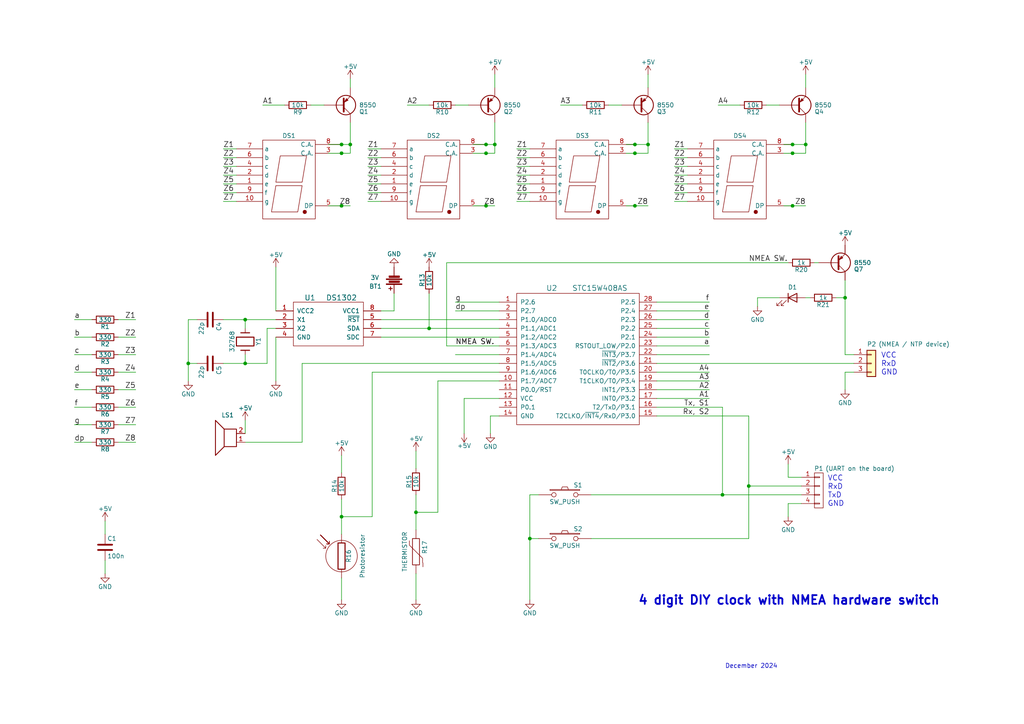
<source format=kicad_sch>
(kicad_sch (version 20231120) (generator "eeschema") (generator_version "8.0")
  (paper "A4")
  (lib_symbols
    (symbol "C_1" (pin_numbers hide) (pin_names (offset 0.254) hide)
      (property "Reference" "C" (at 0.635 2.54 0))
      (property "Value" "C" (at 0.635 -2.54 0))
      (symbol "C_1_0_1"
        (polyline (pts (xy -2.032 -0.762) (xy 2.032 -0.762)) (stroke (width 0.508)))
        (polyline (pts (xy -2.032 0.762) (xy 2.032 0.762)) (stroke (width 0.508)))
      )
      (symbol "C_1_1_1"
        (pin passive line (at 0 3.81 270) (length 2.794) (name "~") (number "1"))
        (pin passive line (at 0 -3.81 90) (length 2.794) (name "~") (number "2"))
      )
    )
    (symbol "C_2" (pin_numbers hide) (pin_names (offset 0.254) hide)
      (property "Reference" "C" (at 0.635 2.54 0))
      (property "Value" "C" (at 0.635 -2.54 0))
      (symbol "C_2_0_1"
        (polyline (pts (xy -2.032 -0.762) (xy 2.032 -0.762)) (stroke (width 0.508)))
        (polyline (pts (xy -2.032 0.762) (xy 2.032 0.762)) (stroke (width 0.508)))
      )
      (symbol "C_2_1_1"
        (pin passive line (at 0 3.81 270) (length 2.794) (name "~") (number "1"))
        (pin passive line (at 0 -3.81 90) (length 2.794) (name "~") (number "2"))
      )
    )
    (symbol "Connector_Generic:Conn_01x03" (pin_names (offset 1.016) hide)
      (property "Reference" "J" (at 0 5.08 0))
      (property "Value" "Conn_01x03" (at 0 -5.08 0))
      (symbol "Conn_01x03_1_1"
        (rectangle (start -1.27 -2.413) (end 0 -2.667) (stroke (width 0.1524)))
        (rectangle (start -1.27 0.127) (end 0 -0.127) (stroke (width 0.1524)))
        (rectangle (start -1.27 2.667) (end 0 2.413) (stroke (width 0.1524)))
        (rectangle (start -1.27 3.81) (end 1.27 -3.81) (stroke (width 0.254)) (fill (type background)))
        (pin passive line (at -5.08 2.54 0) (length 3.81) (name "Pin_1") (number "1"))
        (pin passive line (at -5.08 0 0) (length 3.81) (name "Pin_2") (number "2"))
        (pin passive line (at -5.08 -2.54 0) (length 3.81) (name "Pin_3") (number "3"))
      )
    )
    (symbol "Device:LED" (pin_numbers hide) (pin_names (offset 1.016) hide)
      (property "Reference" "D" (at 0 2.54 0))
      (property "Value" "LED" (at 0 -2.54 0))
      (symbol "LED_0_1"
        (polyline (pts (xy -1.27 -1.27) (xy -1.27 1.27)) (stroke (width 0.254)))
        (polyline (pts (xy -1.27 0) (xy 1.27 0)))
        (polyline (pts (xy 1.27 -1.27) (xy 1.27 1.27) (xy -1.27 0) (xy 1.27 -1.27)) (stroke (width 0.254)))
        (polyline (pts (xy -3.048 -0.762) (xy -4.572 -2.286) (xy -3.81 -2.286) (xy -4.572 -2.286) (xy -4.572 -1.524)))
        (polyline (pts (xy -1.778 -0.762) (xy -3.302 -2.286) (xy -2.54 -2.286) (xy -3.302 -2.286) (xy -3.302 -1.524)))
      )
      (symbol "LED_1_1"
        (pin passive line (at -3.81 0 0) (length 2.54) (name "K") (number "1"))
        (pin passive line (at 3.81 0 180) (length 2.54) (name "A") (number "2"))
      )
    )
    (symbol "Device:Speaker" (pin_names (offset 0) hide)
      (property "Reference" "LS" (at 1.27 5.715 0))
      (property "Value" "Speaker" (at 1.27 3.81 0))
      (symbol "Speaker_0_0"
        (rectangle (start -2.54 1.27) (end 1.016 -3.81) (stroke (width 0.254)))
        (polyline (pts (xy 1.016 1.27) (xy 3.556 3.81) (xy 3.556 -6.35) (xy 1.016 -3.81)) (stroke (width 0.254)))
      )
      (symbol "Speaker_1_1"
        (pin input line (at -5.08 0 0) (length 2.54) (name "1") (number "1"))
        (pin input line (at -5.08 -2.54 0) (length 2.54) (name "2") (number "2"))
      )
    )
    (symbol "S8550_1" (pin_numbers hide) (pin_names (offset 0) hide)
      (property "Reference" "Q" (at 5.08 1.905 0))
      (property "Value" "S8550" (at 5.08 0 0))
      (property "Footprint" "TO-92" (at 5.08 -1.905 0))
      (symbol "S8550_1_0_1"
        (polyline (pts (xy 0 0) (xy 0.635 0)))
        (polyline (pts (xy 2.54 -2.54) (xy 0.635 -0.635)))
        (polyline (pts (xy 2.54 2.54) (xy 0.635 0.635)))
        (polyline (pts (xy 0.635 1.905) (xy 0.635 -1.905) (xy 0.635 -1.905)) (stroke (width 0.508)) (fill (type outline)))
        (polyline (pts (xy 1.397 -1.905) (xy 1.905 -1.397) (xy 0.889 -0.889) (xy 1.397 -1.905) (xy 1.397 -1.905)) (fill (type outline)))
        (circle (center 1.27 0) (radius 2.8194) (stroke (width 0.254)))
      )
      (symbol "S8550_1_1_1"
        (pin passive line (at 2.54 -5.08 90) (length 2.54) (name "E") (number "1"))
        (pin input line (at -5.08 0 0) (length 5.08) (name "B") (number "2"))
        (pin passive line (at 2.54 5.08 270) (length 2.54) (name "C") (number "3"))
      )
    )
    (symbol "S8550_2" (pin_numbers hide) (pin_names (offset 0) hide)
      (property "Reference" "Q" (at 5.08 1.905 0))
      (property "Value" "S8550" (at 5.08 0 0))
      (property "Footprint" "TO-92" (at 5.08 -1.905 0))
      (symbol "S8550_2_0_1"
        (polyline (pts (xy 0 0) (xy 0.635 0)))
        (polyline (pts (xy 2.54 -2.54) (xy 0.635 -0.635)))
        (polyline (pts (xy 2.54 2.54) (xy 0.635 0.635)))
        (polyline (pts (xy 0.635 1.905) (xy 0.635 -1.905) (xy 0.635 -1.905)) (stroke (width 0.508)) (fill (type outline)))
        (polyline (pts (xy 1.397 -1.905) (xy 1.905 -1.397) (xy 0.889 -0.889) (xy 1.397 -1.905) (xy 1.397 -1.905)) (fill (type outline)))
        (circle (center 1.27 0) (radius 2.8194) (stroke (width 0.254)))
      )
      (symbol "S8550_2_1_1"
        (pin passive line (at 2.54 -5.08 90) (length 2.54) (name "E") (number "1"))
        (pin input line (at -5.08 0 0) (length 5.08) (name "B") (number "2"))
        (pin passive line (at 2.54 5.08 270) (length 2.54) (name "C") (number "3"))
      )
    )
    (symbol "S8550_3" (pin_numbers hide) (pin_names (offset 0) hide)
      (property "Reference" "Q" (at 5.08 1.905 0))
      (property "Value" "S8550" (at 5.08 0 0))
      (property "Footprint" "TO-92" (at 5.08 -1.905 0))
      (symbol "S8550_3_0_1"
        (polyline (pts (xy 0 0) (xy 0.635 0)))
        (polyline (pts (xy 2.54 -2.54) (xy 0.635 -0.635)))
        (polyline (pts (xy 2.54 2.54) (xy 0.635 0.635)))
        (polyline (pts (xy 0.635 1.905) (xy 0.635 -1.905) (xy 0.635 -1.905)) (stroke (width 0.508)) (fill (type outline)))
        (polyline (pts (xy 1.397 -1.905) (xy 1.905 -1.397) (xy 0.889 -0.889) (xy 1.397 -1.905) (xy 1.397 -1.905)) (fill (type outline)))
        (circle (center 1.27 0) (radius 2.8194) (stroke (width 0.254)))
      )
      (symbol "S8550_3_1_1"
        (pin passive line (at 2.54 -5.08 90) (length 2.54) (name "E") (number "1"))
        (pin input line (at -5.08 0 0) (length 5.08) (name "B") (number "2"))
        (pin passive line (at 2.54 5.08 270) (length 2.54) (name "C") (number "3"))
      )
    )
    (symbol "S8550_4" (pin_numbers hide) (pin_names (offset 0) hide)
      (property "Reference" "Q" (at 5.08 1.905 0))
      (property "Value" "S8550" (at 5.08 0 0))
      (property "Footprint" "TO-92" (at 5.08 -1.905 0))
      (symbol "S8550_4_0_1"
        (polyline (pts (xy 0 0) (xy 0.635 0)))
        (polyline (pts (xy 2.54 -2.54) (xy 0.635 -0.635)))
        (polyline (pts (xy 2.54 2.54) (xy 0.635 0.635)))
        (polyline (pts (xy 0.635 1.905) (xy 0.635 -1.905) (xy 0.635 -1.905)) (stroke (width 0.508)) (fill (type outline)))
        (polyline (pts (xy 1.397 -1.905) (xy 1.905 -1.397) (xy 0.889 -0.889) (xy 1.397 -1.905) (xy 1.397 -1.905)) (fill (type outline)))
        (circle (center 1.27 0) (radius 2.8194) (stroke (width 0.254)))
      )
      (symbol "S8550_4_1_1"
        (pin passive line (at 2.54 -5.08 90) (length 2.54) (name "E") (number "1"))
        (pin input line (at -5.08 0 0) (length 5.08) (name "B") (number "2"))
        (pin passive line (at 2.54 5.08 270) (length 2.54) (name "C") (number "3"))
      )
    )
    (symbol "stc_diyclock-rescue:+5V" (power) (pin_names (offset 0))
      (property "Value" "+5V" (at 0 3.556 0))
      (symbol "+5V_0_1"
        (polyline (pts (xy -0.762 1.27) (xy 0 2.54)))
        (polyline (pts (xy 0 0) (xy 0 2.54)))
        (polyline (pts (xy 0 2.54) (xy 0.762 1.27)))
      )
      (symbol "+5V_1_1"
        (pin power_in line (at 0 0 90) (length 0) hide (name "+5V") (number "1"))
      )
    )
    (symbol "stc_diyclock-rescue:7SEGMENTS"
      (property "Reference" "AFF" (at 0 13.97 0))
      (property "Value" "7SEGMENTS" (at 0 -11.43 0))
      (symbol "7SEGMENTS_0_1"
        (rectangle (start -7.62 12.7) (end 7.62 -10.16))
        (polyline (pts (xy -3.81 -0.508) (xy 3.81 -0.508) (xy 2.54 -8.128) (xy -5.08 -8.128) (xy -3.81 -0.508) (xy -3.81 -0.508)))
        (polyline (pts (xy -2.54 8.128) (xy 5.08 8.128) (xy 3.81 0.508) (xy -3.81 0.508) (xy -2.54 8.128) (xy -2.54 8.128)))
        (circle (center 4.572 -8.128) (radius 0.508) (fill (type outline)))
      )
      (symbol "7SEGMENTS_1_1"
        (pin input line (at -15.24 0 0) (length 7.62) (name "e") (number "1"))
        (pin input line (at -15.24 -5.08 0) (length 7.62) (name "g") (number "10"))
        (pin input line (at -15.24 2.54 0) (length 7.62) (name "d") (number "2"))
        (pin input line (at 15.24 8.89 180) (length 7.62) (name "C.A.") (number "3"))
        (pin input line (at -15.24 5.08 0) (length 7.62) (name "c") (number "4"))
        (pin input line (at 15.24 -6.35 180) (length 7.62) (name "DP") (number "5"))
        (pin input line (at -15.24 7.62 0) (length 7.62) (name "b") (number "6"))
        (pin input line (at -15.24 10.16 0) (length 7.62) (name "a") (number "7"))
        (pin input line (at 15.24 11.43 180) (length 7.62) (name "C.A.") (number "8"))
        (pin input line (at -15.24 -2.54 0) (length 7.62) (name "f") (number "9"))
      )
    )
    (symbol "stc_diyclock-rescue:Battery" (pin_numbers hide) (pin_names (offset 0))
      (property "Reference" "BT" (at 2.54 1.27 0))
      (property "Value" "Battery" (at 2.54 -1.27 0))
      (symbol "Battery_0_1"
        (rectangle (start -2.286 -0.1778) (end 2.286 -0.4318) (fill (type outline)))
        (rectangle (start -2.286 1.27) (end 2.286 1.016) (fill (type outline)))
        (rectangle (start -1.5748 -0.762) (end 1.4732 -1.27) (fill (type outline)))
        (rectangle (start -1.5748 0.6858) (end 1.4732 0.1778) (fill (type outline)))
        (polyline (pts (xy 0.508 2.413) (xy 1.524 2.413)) (stroke (width 0.254)))
        (polyline (pts (xy 1.016 2.921) (xy 1.016 1.905)) (stroke (width 0.254)))
      )
      (symbol "Battery_1_1"
        (pin passive line (at 0 3.81 270) (length 2.54) (name "~") (number "1"))
        (pin passive line (at 0 -3.81 90) (length 2.54) (name "~") (number "2"))
      )
    )
    (symbol "stc_diyclock-rescue:C" (pin_numbers hide) (pin_names (offset 0.254))
      (property "Reference" "C" (at 0.635 2.54 0))
      (property "Value" "C" (at 0.635 -2.54 0))
      (symbol "C_0_1"
        (polyline (pts (xy -2.032 -0.762) (xy 2.032 -0.762)) (stroke (width 0.508)))
        (polyline (pts (xy -2.032 0.762) (xy 2.032 0.762)) (stroke (width 0.508)))
      )
      (symbol "C_1_1"
        (pin passive line (at 0 3.81 270) (length 2.794) (name "~") (number "1"))
        (pin passive line (at 0 -3.81 90) (length 2.794) (name "~") (number "2"))
      )
    )
    (symbol "stc_diyclock-rescue:CONN_01X04" (pin_names (offset 1.016) hide)
      (property "Reference" "P" (at 0 6.35 0))
      (property "Value" "CONN_01X04" (at 2.54 0 90))
      (symbol "CONN_01X04_0_1"
        (rectangle (start -1.27 -3.683) (end 0.254 -3.937))
        (rectangle (start -1.27 -1.143) (end 0.254 -1.397))
        (rectangle (start -1.27 1.397) (end 0.254 1.143))
        (rectangle (start -1.27 3.937) (end 0.254 3.683))
        (rectangle (start -1.27 5.08) (end 1.27 -5.08))
      )
      (symbol "CONN_01X04_1_1"
        (pin passive line (at -5.08 3.81 0) (length 3.81) (name "P1") (number "1"))
        (pin passive line (at -5.08 1.27 0) (length 3.81) (name "P2") (number "2"))
        (pin passive line (at -5.08 -1.27 0) (length 3.81) (name "P3") (number "3"))
        (pin passive line (at -5.08 -3.81 0) (length 3.81) (name "P4") (number "4"))
      )
    )
    (symbol "stc_diyclock-rescue:Crystal" (pin_numbers hide) (pin_names (offset 1.016) hide)
      (property "Reference" "Y" (at 0 3.81 0))
      (property "Value" "Crystal" (at 0 -3.81 0))
      (symbol "Crystal_0_1"
        (rectangle (start -1.27 2.54) (end 1.27 -2.54) (stroke (width 0.3048)))
        (polyline (pts (xy -2.54 -1.27) (xy -2.54 1.27)) (stroke (width 0.3048)))
        (polyline (pts (xy 2.54 -1.27) (xy 2.54 1.27)) (stroke (width 0.3048)))
      )
      (symbol "Crystal_1_1"
        (pin passive line (at -3.81 0 0) (length 1.27) (name "1") (number "1"))
        (pin passive line (at 3.81 0 180) (length 1.27) (name "2") (number "2"))
      )
    )
    (symbol "stc_diyclock-rescue:DS1302" (pin_names (offset 1.016))
      (property "Reference" "U" (at 0 7.62 0))
      (property "Value" "DS1302" (at 0 -7.62 0))
      (symbol "DS1302_0_1"
        (rectangle (start -10.16 6.35) (end 10.16 -6.35))
      )
      (symbol "DS1302_1_1"
        (pin input line (at -15.24 3.81 0) (length 5.08) (name "VCC2") (number "1"))
        (pin input line (at -15.24 1.27 0) (length 5.08) (name "X1") (number "2"))
        (pin output line (at -15.24 -1.27 0) (length 5.08) (name "X2") (number "3"))
        (pin power_in line (at -15.24 -3.81 0) (length 5.08) (name "GND") (number "4"))
        (pin input line (at 15.24 1.27 180) (length 5.08) (name "~{RST}") (number "5"))
        (pin bidirectional line (at 15.24 -1.27 180) (length 5.08) (name "SDA") (number "6"))
        (pin input line (at 15.24 -3.81 180) (length 5.08) (name "SDC") (number "7"))
        (pin power_in line (at 15.24 3.81 180) (length 5.08) (name "VCC1") (number "8"))
      )
    )
    (symbol "stc_diyclock-rescue:GND" (power) (pin_names (offset 0))
      (property "Value" "GND" (at 0 -3.81 0))
      (symbol "GND_0_1"
        (polyline (pts (xy 0 0) (xy 0 -1.27) (xy 1.27 -1.27) (xy 0 -2.54) (xy -1.27 -1.27) (xy 0 -1.27)))
      )
      (symbol "GND_1_1"
        (pin power_in line (at 0 0 270) (length 0) hide (name "GND") (number "1"))
      )
    )
    (symbol "stc_diyclock-rescue:Photores" (pin_numbers hide) (pin_names (offset 0))
      (property "Reference" "R" (at 2.032 0 90))
      (property "Value" "Photores" (at 5.334 0 90))
      (symbol "Photores_0_1"
        (rectangle (start -1.016 3.81) (end 1.016 -3.81) (stroke (width 0.3048)))
        (polyline (pts (xy -4.572 2.286) (xy -7.112 4.826)))
        (polyline (pts (xy -4.572 2.286) (xy -5.334 2.286)))
        (polyline (pts (xy -4.572 2.286) (xy -4.572 3.048)))
        (polyline (pts (xy -3.556 3.556) (xy -6.096 6.096)))
        (polyline (pts (xy -3.556 3.556) (xy -6.096 6.096)))
        (polyline (pts (xy -3.556 3.556) (xy -6.096 6.096)))
        (polyline (pts (xy -3.556 3.556) (xy -6.096 6.096)))
        (polyline (pts (xy -3.556 3.556) (xy -6.096 6.096)))
        (polyline (pts (xy -3.556 3.556) (xy -6.096 6.096)))
        (polyline (pts (xy -3.556 3.556) (xy -6.096 6.096)))
        (polyline (pts (xy -3.556 3.556) (xy -6.096 6.096)))
        (polyline (pts (xy -3.556 3.556) (xy -4.318 3.556)))
        (polyline (pts (xy -3.556 3.556) (xy -4.318 3.556)))
        (polyline (pts (xy -3.556 3.556) (xy -4.318 3.556)))
        (polyline (pts (xy -3.556 3.556) (xy -4.318 3.556)))
        (polyline (pts (xy -3.556 3.556) (xy -4.318 3.556)))
        (polyline (pts (xy -3.556 3.556) (xy -4.318 3.556)))
        (polyline (pts (xy -3.556 3.556) (xy -4.318 3.556)))
        (polyline (pts (xy -3.556 3.556) (xy -4.318 3.556)))
        (polyline (pts (xy -3.556 3.556) (xy -3.556 4.318)))
        (polyline (pts (xy -3.556 3.556) (xy -3.556 4.318)))
        (polyline (pts (xy -3.556 3.556) (xy -3.556 4.318)))
        (polyline (pts (xy -3.556 3.556) (xy -3.556 4.318)))
        (polyline (pts (xy -3.556 3.556) (xy -3.556 4.318)))
        (polyline (pts (xy -3.556 3.556) (xy -3.556 4.318)))
        (polyline (pts (xy -3.556 3.556) (xy -3.556 4.318)))
        (polyline (pts (xy -3.556 3.556) (xy -3.556 4.318)))
        (circle (center 0 0) (radius 4.572))
      )
      (symbol "Photores_1_1"
        (pin passive line (at 0 6.35 270) (length 2.54) (name "~") (number "1"))
        (pin passive line (at 0 -6.35 90) (length 2.54) (name "~") (number "2"))
      )
    )
    (symbol "stc_diyclock-rescue:R" (pin_numbers hide) (pin_names (offset 0))
      (property "Reference" "R" (at 2.032 0 90))
      (property "Value" "R" (at 0 0 90))
      (symbol "R_0_1"
        (rectangle (start -1.016 -2.54) (end 1.016 2.54) (stroke (width 0.254)))
      )
      (symbol "R_1_1"
        (pin passive line (at 0 3.81 270) (length 1.27) (name "~") (number "1"))
        (pin passive line (at 0 -3.81 90) (length 1.27) (name "~") (number "2"))
      )
    )
    (symbol "stc_diyclock-rescue:S8550" (pin_numbers hide) (pin_names (offset 0) hide)
      (property "Reference" "Q" (at 5.08 1.905 0))
      (property "Value" "S8550" (at 5.08 0 0))
      (property "Footprint" "TO-92" (at 5.08 -1.905 0))
      (symbol "S8550_0_1"
        (polyline (pts (xy 0 0) (xy 0.635 0)))
        (polyline (pts (xy 2.54 -2.54) (xy 0.635 -0.635)))
        (polyline (pts (xy 2.54 2.54) (xy 0.635 0.635)))
        (polyline (pts (xy 0.635 1.905) (xy 0.635 -1.905) (xy 0.635 -1.905)) (stroke (width 0.508)) (fill (type outline)))
        (polyline (pts (xy 1.397 -1.905) (xy 1.905 -1.397) (xy 0.889 -0.889) (xy 1.397 -1.905) (xy 1.397 -1.905)) (fill (type outline)))
        (circle (center 1.27 0) (radius 2.8194) (stroke (width 0.254)))
      )
      (symbol "S8550_1_1"
        (pin passive line (at 2.54 -5.08 90) (length 2.54) (name "E") (number "1"))
        (pin input line (at -5.08 0 0) (length 5.08) (name "B") (number "2"))
        (pin passive line (at 2.54 5.08 270) (length 2.54) (name "C") (number "3"))
      )
    )
    (symbol "stc_diyclock-rescue:STC15W408AS" (pin_names (offset 1.016))
      (property "Reference" "U" (at 0 20.32 0))
      (property "Value" "STC15W408AS" (at 0 -20.32 0))
      (symbol "STC15W408AS_0_1"
        (rectangle (start 17.78 19.05) (end -17.78 -19.05))
      )
      (symbol "STC15W408AS_1_1"
        (pin bidirectional line (at -22.86 16.51 0) (length 5.08) (name "P2.6") (number "1"))
        (pin bidirectional line (at -22.86 -6.35 0) (length 5.08) (name "P1.7/ADC7") (number "10"))
        (pin bidirectional line (at -22.86 -8.89 0) (length 5.08) (name "P0.0/RST") (number "11"))
        (pin power_in line (at -22.86 -11.43 0) (length 5.08) (name "VCC") (number "12"))
        (pin bidirectional line (at -22.86 -13.97 0) (length 5.08) (name "P0.1") (number "13"))
        (pin input line (at -22.86 -16.51 0) (length 5.08) (name "GND") (number "14"))
        (pin bidirectional line (at 22.86 -16.51 180) (length 5.08) (name "T2CLKO/~{INT4}/RxD/P3.0") (number "15"))
        (pin bidirectional line (at 22.86 -13.97 180) (length 5.08) (name "T2/TxD/P3.1") (number "16"))
        (pin bidirectional line (at 22.86 -11.43 180) (length 5.08) (name "INT0/P3.2") (number "17"))
        (pin bidirectional line (at 22.86 -8.89 180) (length 5.08) (name "INT1/P3.3") (number "18"))
        (pin bidirectional line (at 22.86 -6.35 180) (length 5.08) (name "T1CLKO/T0/P3.4") (number "19"))
        (pin bidirectional line (at -22.86 13.97 0) (length 5.08) (name "P2.7") (number "2"))
        (pin bidirectional line (at 22.86 -3.81 180) (length 5.08) (name "T0CLKO/T0/P3.5") (number "20"))
        (pin bidirectional line (at 22.86 -1.27 180) (length 5.08) (name "~{INT2}/P3.6") (number "21"))
        (pin bidirectional line (at 22.86 1.27 180) (length 5.08) (name "~{INT3}/P3.7") (number "22"))
        (pin bidirectional line (at 22.86 3.81 180) (length 5.08) (name "RSTOUT_LOW/P2.0") (number "23"))
        (pin bidirectional line (at 22.86 6.35 180) (length 5.08) (name "P2.1") (number "24"))
        (pin bidirectional line (at 22.86 8.89 180) (length 5.08) (name "P2.2") (number "25"))
        (pin bidirectional line (at 22.86 11.43 180) (length 5.08) (name "P2.3") (number "26"))
        (pin bidirectional line (at 22.86 13.97 180) (length 5.08) (name "P2.4") (number "27"))
        (pin bidirectional line (at 22.86 16.51 180) (length 5.08) (name "P2.5") (number "28"))
        (pin bidirectional line (at -22.86 11.43 0) (length 5.08) (name "P1.0/ADC0") (number "3"))
        (pin bidirectional line (at -22.86 8.89 0) (length 5.08) (name "P1.1/ADC1") (number "4"))
        (pin bidirectional line (at -22.86 6.35 0) (length 5.08) (name "P1.2/ADC2") (number "5"))
        (pin bidirectional line (at -22.86 3.81 0) (length 5.08) (name "P1.3/ADC3") (number "6"))
        (pin bidirectional line (at -22.86 1.27 0) (length 5.08) (name "P1.4/ADC4") (number "7"))
        (pin bidirectional line (at -22.86 -1.27 0) (length 5.08) (name "P1.5/ADC5") (number "8"))
        (pin bidirectional line (at -22.86 -3.81 0) (length 5.08) (name "P1.6/ADC6") (number "9"))
      )
    )
    (symbol "stc_diyclock-rescue:SW_PUSH" (pin_numbers hide) (pin_names (offset 1.016) hide)
      (property "Reference" "SW" (at 3.81 2.794 0))
      (property "Value" "SW_PUSH" (at 0 -2.032 0))
      (symbol "SW_PUSH_0_1"
        (rectangle (start -4.318 1.27) (end 4.318 1.524))
        (polyline (pts (xy -1.016 1.524) (xy -0.762 2.286) (xy 0.762 2.286) (xy 1.016 1.524)))
        (pin passive inverted (at -7.62 0 0) (length 5.08) (name "1") (number "1"))
        (pin passive inverted (at 7.62 0 180) (length 5.08) (name "2") (number "2"))
      )
    )
    (symbol "stc_diyclock-rescue:THERMISTOR" (pin_numbers hide) (pin_names (offset 0))
      (property "Reference" "TH" (at 2.54 1.27 90))
      (property "Value" "THERMISTOR" (at -2.54 0 90))
      (symbol "THERMISTOR_0_1"
        (rectangle (start -1.016 3.81) (end 1.016 -3.81) (stroke (width 0.2032)))
        (polyline (pts (xy -1.905 3.175) (xy -1.905 1.905) (xy 1.905 -1.905) (xy 1.905 -3.175) (xy 1.905 -3.175)))
        (text "-" (at 1.905 -3.81 900) (effects (font (size 1.524 1.524))))
      )
      (symbol "THERMISTOR_1_1"
        (pin passive line (at 0 6.35 270) (length 2.54) (name "~") (number "1"))
        (pin passive line (at 0 -6.35 90) (length 2.54) (name "~") (number "2"))
      )
    )
  )
  (junction (at 229.87 59.69))
  (junction (at 140.97 44.45))
  (junction (at 140.97 59.69))
  (junction (at 120.65 148.59))
  (junction (at 54.61 105.41))
  (junction (at 184.15 41.91))
  (junction (at 124.46 95.25))
  (junction (at 101.6 41.91))
  (junction (at 184.15 44.45))
  (junction (at 99.06 44.45))
  (junction (at 217.17 140.97))
  (junction (at 99.06 41.91))
  (junction (at 99.06 149.86))
  (junction (at 140.97 41.91))
  (junction (at 209.55 143.51))
  (junction (at 99.06 59.69))
  (junction (at 229.87 44.45))
  (junction (at 71.12 92.71))
  (junction (at 245.11 86.36))
  (junction (at 153.67 156.21))
  (junction (at 143.51 41.91))
  (junction (at 184.15 59.69))
  (junction (at 233.68 41.91))
  (junction (at 71.12 105.41))
  (junction (at 187.96 41.91))
  (junction (at 229.87 41.91))
  (wire (pts (xy 190.5 113.03) (xy 205.74 113.03)))
  (wire (pts (xy 54.61 105.41) (xy 57.15 105.41)))
  (wire (pts (xy 190.5 95.25) (xy 205.74 95.25)))
  (wire (pts (xy 34.29 118.11) (xy 39.37 118.11)))
  (wire (pts (xy 107.95 107.95) (xy 144.78 107.95)))
  (wire (pts (xy 140.97 41.91) (xy 143.51 41.91)))
  (wire (pts (xy 153.67 143.51) (xy 156.21 143.51)))
  (wire (pts (xy 101.6 41.91) (xy 101.6 35.56)))
  (wire (pts (xy 132.08 30.48) (xy 135.89 30.48)))
  (wire (pts (xy 34.29 102.87) (xy 39.37 102.87)))
  (wire (pts (xy 137.16 41.91) (xy 140.97 41.91)))
  (wire (pts (xy 26.67 118.11) (xy 21.59 118.11)))
  (wire (pts (xy 71.12 95.25) (xy 71.12 92.71)))
  (wire (pts (xy 110.49 53.34) (xy 106.68 53.34)))
  (wire (pts (xy 232.41 146.05) (xy 228.6 146.05)))
  (wire (pts (xy 99.06 149.86) (xy 107.95 149.86)))
  (wire (pts (xy 187.96 25.4) (xy 187.96 21.59)))
  (wire (pts (xy 110.49 55.88) (xy 106.68 55.88)))
  (wire (pts (xy 120.65 143.51) (xy 120.65 148.59)))
  (wire (pts (xy 34.29 113.03) (xy 39.37 113.03)))
  (wire (pts (xy 190.5 120.65) (xy 217.17 120.65)))
  (wire (pts (xy 95.25 59.69) (xy 99.06 59.69)))
  (wire (pts (xy 229.87 44.45) (xy 233.68 44.45)))
  (wire (pts (xy 190.5 110.49) (xy 205.74 110.49)))
  (wire (pts (xy 153.67 156.21) (xy 153.67 173.99)))
  (wire (pts (xy 93.98 30.48) (xy 90.17 30.48)))
  (wire (pts (xy 171.45 143.51) (xy 209.55 143.51)))
  (wire (pts (xy 34.29 92.71) (xy 39.37 92.71)))
  (wire (pts (xy 110.49 45.72) (xy 106.68 45.72)))
  (wire (pts (xy 144.78 115.57) (xy 134.62 115.57)))
  (wire (pts (xy 153.67 50.8) (xy 149.86 50.8)))
  (wire (pts (xy 26.67 92.71) (xy 21.59 92.71)))
  (wire (pts (xy 144.78 120.65) (xy 142.24 120.65)))
  (wire (pts (xy 110.49 58.42) (xy 106.68 58.42)))
  (wire (pts (xy 233.68 41.91) (xy 233.68 35.56)))
  (wire (pts (xy 143.51 41.91) (xy 143.51 35.56)))
  (wire (pts (xy 190.5 107.95) (xy 205.74 107.95)))
  (wire (pts (xy 181.61 44.45) (xy 184.15 44.45)))
  (wire (pts (xy 184.15 59.69) (xy 187.96 59.69)))
  (wire (pts (xy 68.58 55.88) (xy 64.77 55.88)))
  (wire (pts (xy 209.55 118.11) (xy 209.55 143.51)))
  (wire (pts (xy 209.55 143.51) (xy 232.41 143.51)))
  (wire (pts (xy 227.33 44.45) (xy 229.87 44.45)))
  (wire (pts (xy 99.06 44.45) (xy 101.6 44.45)))
  (wire (pts (xy 26.67 97.79) (xy 21.59 97.79)))
  (wire (pts (xy 228.6 146.05) (xy 228.6 149.86)))
  (wire (pts (xy 110.49 97.79) (xy 144.78 97.79)))
  (wire (pts (xy 77.47 105.41) (xy 77.47 95.25)))
  (wire (pts (xy 233.68 44.45) (xy 233.68 41.91)))
  (wire (pts (xy 229.87 59.69) (xy 233.68 59.69)))
  (wire (pts (xy 184.15 41.91) (xy 187.96 41.91)))
  (wire (pts (xy 99.06 59.69) (xy 101.6 59.69)))
  (wire (pts (xy 153.67 55.88) (xy 149.86 55.88)))
  (wire (pts (xy 153.67 48.26) (xy 149.86 48.26)))
  (wire (pts (xy 34.29 97.79) (xy 39.37 97.79)))
  (wire (pts (xy 199.39 50.8) (xy 195.58 50.8)))
  (wire (pts (xy 187.96 44.45) (xy 187.96 41.91)))
  (wire (pts (xy 99.06 149.86) (xy 99.06 154.94)))
  (wire (pts (xy 181.61 41.91) (xy 184.15 41.91)))
  (wire (pts (xy 190.5 90.17) (xy 205.74 90.17)))
  (wire (pts (xy 34.29 107.95) (xy 39.37 107.95)))
  (wire (pts (xy 26.67 123.19) (xy 21.59 123.19)))
  (wire (pts (xy 107.95 107.95) (xy 107.95 149.86)))
  (wire (pts (xy 245.11 86.36) (xy 245.11 102.87)))
  (wire (pts (xy 219.71 86.36) (xy 219.71 88.9)))
  (wire (pts (xy 233.68 86.36) (xy 234.95 86.36)))
  (wire (pts (xy 144.78 87.63) (xy 132.08 87.63)))
  (wire (pts (xy 228.6 138.43) (xy 232.41 138.43)))
  (wire (pts (xy 190.5 100.33) (xy 205.74 100.33)))
  (wire (pts (xy 190.5 102.87) (xy 205.74 102.87)))
  (wire (pts (xy 80.01 77.47) (xy 80.01 90.17)))
  (wire (pts (xy 168.91 30.48) (xy 162.56 30.48)))
  (wire (pts (xy 120.65 166.37) (xy 120.65 173.99)))
  (wire (pts (xy 95.25 41.91) (xy 99.06 41.91)))
  (wire (pts (xy 190.5 97.79) (xy 205.74 97.79)))
  (wire (pts (xy 110.49 95.25) (xy 124.46 95.25)))
  (wire (pts (xy 245.11 107.95) (xy 245.11 113.03)))
  (wire (pts (xy 229.87 41.91) (xy 233.68 41.91)))
  (wire (pts (xy 199.39 45.72) (xy 195.58 45.72)))
  (wire (pts (xy 26.67 102.87) (xy 21.59 102.87)))
  (wire (pts (xy 144.78 110.49) (xy 127 110.49)))
  (wire (pts (xy 129.54 76.2) (xy 129.54 100.33)))
  (wire (pts (xy 71.12 105.41) (xy 71.12 102.87)))
  (wire (pts (xy 217.17 140.97) (xy 217.17 156.21)))
  (wire (pts (xy 120.65 148.59) (xy 120.65 153.67)))
  (wire (pts (xy 184.15 44.45) (xy 187.96 44.45)))
  (wire (pts (xy 153.67 45.72) (xy 149.86 45.72)))
  (wire (pts (xy 120.65 135.89) (xy 120.65 130.81)))
  (wire (pts (xy 34.29 128.27) (xy 39.37 128.27)))
  (wire (pts (xy 124.46 85.09) (xy 124.46 95.25)))
  (wire (pts (xy 217.17 140.97) (xy 232.41 140.97)))
  (wire (pts (xy 110.49 92.71) (xy 144.78 92.71)))
  (wire (pts (xy 171.45 156.21) (xy 217.17 156.21)))
  (wire (pts (xy 30.48 151.13) (xy 30.48 154.94)))
  (wire (pts (xy 68.58 53.34) (xy 64.77 53.34)))
  (wire (pts (xy 153.67 156.21) (xy 156.21 156.21)))
  (wire (pts (xy 34.29 123.19) (xy 39.37 123.19)))
  (wire (pts (xy 87.63 128.27) (xy 71.12 128.27)))
  (wire (pts (xy 153.67 53.34) (xy 149.86 53.34)))
  (wire (pts (xy 68.58 50.8) (xy 64.77 50.8)))
  (wire (pts (xy 137.16 44.45) (xy 140.97 44.45)))
  (wire (pts (xy 199.39 48.26) (xy 195.58 48.26)))
  (wire (pts (xy 228.6 134.62) (xy 228.6 138.43)))
  (wire (pts (xy 110.49 50.8) (xy 106.68 50.8)))
  (wire (pts (xy 99.06 41.91) (xy 101.6 41.91)))
  (wire (pts (xy 137.16 59.69) (xy 140.97 59.69)))
  (wire (pts (xy 190.5 115.57) (xy 205.74 115.57)))
  (wire (pts (xy 181.61 59.69) (xy 184.15 59.69)))
  (wire (pts (xy 129.54 100.33) (xy 144.78 100.33)))
  (wire (pts (xy 99.06 144.78) (xy 99.06 149.86)))
  (wire (pts (xy 227.33 59.69) (xy 229.87 59.69)))
  (wire (pts (xy 142.24 120.65) (xy 142.24 125.73)))
  (wire (pts (xy 199.39 58.42) (xy 195.58 58.42)))
  (wire (pts (xy 129.54 76.2) (xy 228.6 76.2)))
  (wire (pts (xy 54.61 92.71) (xy 54.61 105.41)))
  (wire (pts (xy 26.67 107.95) (xy 21.59 107.95)))
  (wire (pts (xy 110.49 90.17) (xy 114.3 90.17)))
  (wire (pts (xy 101.6 44.45) (xy 101.6 41.91)))
  (wire (pts (xy 242.57 86.36) (xy 245.11 86.36)))
  (wire (pts (xy 190.5 105.41) (xy 247.65 105.41)))
  (wire (pts (xy 124.46 95.25) (xy 144.78 95.25)))
  (wire (pts (xy 68.58 58.42) (xy 64.77 58.42)))
  (wire (pts (xy 199.39 55.88) (xy 195.58 55.88)))
  (wire (pts (xy 80.01 92.71) (xy 71.12 92.71)))
  (wire (pts (xy 214.63 30.48) (xy 208.28 30.48)))
  (wire (pts (xy 68.58 45.72) (xy 64.77 45.72)))
  (wire (pts (xy 71.12 121.92) (xy 71.12 125.73)))
  (wire (pts (xy 26.67 128.27) (xy 21.59 128.27)))
  (wire (pts (xy 144.78 102.87) (xy 132.08 102.87)))
  (wire (pts (xy 143.51 44.45) (xy 143.51 41.91)))
  (wire (pts (xy 120.65 148.59) (xy 127 148.59)))
  (wire (pts (xy 101.6 25.4) (xy 101.6 22.86)))
  (wire (pts (xy 110.49 48.26) (xy 106.68 48.26)))
  (wire (pts (xy 245.11 102.87) (xy 247.65 102.87)))
  (wire (pts (xy 54.61 105.41) (xy 54.61 110.49)))
  (wire (pts (xy 144.78 90.17) (xy 132.08 90.17)))
  (wire (pts (xy 199.39 43.18) (xy 195.58 43.18)))
  (wire (pts (xy 99.06 167.64) (xy 99.06 173.99)))
  (wire (pts (xy 140.97 59.69) (xy 143.51 59.69)))
  (wire (pts (xy 180.34 30.48) (xy 176.53 30.48)))
  (wire (pts (xy 64.77 105.41) (xy 71.12 105.41)))
  (wire (pts (xy 217.17 120.65) (xy 217.17 140.97)))
  (wire (pts (xy 95.25 44.45) (xy 99.06 44.45)))
  (wire (pts (xy 237.49 76.2) (xy 236.22 76.2)))
  (wire (pts (xy 71.12 105.41) (xy 77.47 105.41)))
  (wire (pts (xy 71.12 92.71) (xy 64.77 92.71)))
  (wire (pts (xy 68.58 48.26) (xy 64.77 48.26)))
  (wire (pts (xy 140.97 44.45) (xy 143.51 44.45)))
  (wire (pts (xy 82.55 30.48) (xy 76.2 30.48)))
  (wire (pts (xy 153.67 58.42) (xy 149.86 58.42)))
  (wire (pts (xy 87.63 105.41) (xy 87.63 128.27)))
  (wire (pts (xy 199.39 53.34) (xy 195.58 53.34)))
  (wire (pts (xy 99.06 137.16) (xy 99.06 132.08)))
  (wire (pts (xy 233.68 25.4) (xy 233.68 21.59)))
  (wire (pts (xy 190.5 118.11) (xy 209.55 118.11)))
  (wire (pts (xy 245.11 81.28) (xy 245.11 86.36)))
  (wire (pts (xy 227.33 41.91) (xy 229.87 41.91)))
  (wire (pts (xy 114.3 85.09) (xy 114.3 90.17)))
  (wire (pts (xy 143.51 25.4) (xy 143.51 21.59)))
  (wire (pts (xy 144.78 105.41) (xy 87.63 105.41)))
  (wire (pts (xy 226.06 30.48) (xy 222.25 30.48)))
  (wire (pts (xy 110.49 43.18) (xy 106.68 43.18)))
  (wire (pts (xy 190.5 92.71) (xy 205.74 92.71)))
  (wire (pts (xy 30.48 162.56) (xy 30.48 166.37)))
  (wire (pts (xy 57.15 92.71) (xy 54.61 92.71)))
  (wire (pts (xy 134.62 115.57) (xy 134.62 125.73)))
  (wire (pts (xy 127 110.49) (xy 127 148.59)))
  (wire (pts (xy 153.67 43.18) (xy 149.86 43.18)))
  (wire (pts (xy 124.46 30.48) (xy 118.11 30.48)))
  (wire (pts (xy 247.65 107.95) (xy 245.11 107.95)))
  (wire (pts (xy 226.06 86.36) (xy 219.71 86.36)))
  (wire (pts (xy 187.96 41.91) (xy 187.96 35.56)))
  (wire (pts (xy 190.5 87.63) (xy 205.74 87.63)))
  (wire (pts (xy 153.67 143.51) (xy 153.67 156.21)))
  (wire (pts (xy 26.67 113.03) (xy 21.59 113.03)))
  (wire (pts (xy 68.58 43.18) (xy 64.77 43.18)))
  (wire (pts (xy 80.01 97.79) (xy 80.01 110.49)))
  (wire (pts (xy 80.01 95.25) (xy 77.47 95.25)))
  (text "VCC\nRxD\nTxD\nGND" (at 240.03 147.066 0) (effects (font (size 1.524 1.524)) (justify left bottom)))
  (text "VCC\nRxD\nGND" (at 255.524 108.966 0) (effects (font (size 1.524 1.524)) (justify left bottom)))
  (text "December 2024" (at 217.932 193.294 0) (effects (font (size 1.27 1.27))))
  (text "4 digit DIY clock with NMEA hardware switch" (at 228.854 174.244 0) (effects (font (size 2.54 2.54) (thickness 0.508) (bold yes))))
  (label "c" (at 21.59 102.87 0) (effects (font (size 1.524 1.524))))
  (label "Z2" (at 195.58 45.72 0) (effects (font (size 1.524 1.524))))
  (label "d" (at 21.59 107.95 0) (effects (font (size 1.524 1.524))))
  (label "dp" (at 132.08 90.17 0) (effects (font (size 1.524 1.524))))
  (label "a" (at 21.59 92.71 0) (effects (font (size 1.524 1.524))))
  (label "b" (at 21.59 97.79 0) (effects (font (size 1.524 1.524))))
  (label "  " (at 132.08 118.11 0) (effects (font (size 1.524 1.524))))
  (label "NMEA SW." (at 132.08 100.33 0) (effects (font (size 1.524 1.524) (thickness 0.1905))))
  (label "Z6" (at 106.68 55.88 0) (effects (font (size 1.524 1.524))))
  (label "Z2" (at 39.37 97.79 180) (effects (font (size 1.524 1.524))))
  (label "Z8" (at 233.68 59.69 180) (effects (font (size 1.524 1.524))))
  (label "Z4" (at 149.86 50.8 0) (effects (font (size 1.524 1.524))))
  (label "Z3" (at 195.58 48.26 0) (effects (font (size 1.524 1.524))))
  (label "A1" (at 205.74 115.57 180) (effects (font (size 1.524 1.524))))
  (label "A4" (at 208.28 30.48 0) (effects (font (size 1.524 1.524))))
  (label "Z2" (at 106.68 45.72 0) (effects (font (size 1.524 1.524))))
  (label "g" (at 132.08 87.63 0) (effects (font (size 1.524 1.524))))
  (label "Z4" (at 195.58 50.8 0) (effects (font (size 1.524 1.524))))
  (label "Z3" (at 64.77 48.26 0) (effects (font (size 1.524 1.524))))
  (label "Z1" (at 39.37 92.71 180) (effects (font (size 1.524 1.524))))
  (label "Z7" (at 106.68 58.42 0) (effects (font (size 1.524 1.524))))
  (label "Z8" (at 101.6 59.69 180) (effects (font (size 1.524 1.524))))
  (label "Z5" (at 106.68 53.34 0) (effects (font (size 1.524 1.524))))
  (label "Z3" (at 106.68 48.26 0) (effects (font (size 1.524 1.524))))
  (label "a" (at 205.74 100.33 180) (effects (font (size 1.524 1.524))))
  (label "Z1" (at 195.58 43.18 0) (effects (font (size 1.524 1.524))))
  (label "A2" (at 118.11 30.48 0) (effects (font (size 1.524 1.524))))
  (label "Z7" (at 39.37 123.19 180) (effects (font (size 1.524 1.524))))
  (label "f" (at 21.59 118.11 0) (effects (font (size 1.524 1.524))))
  (label "Z6" (at 195.58 55.88 0) (effects (font (size 1.524 1.524))))
  (label "Z1" (at 106.68 43.18 0) (effects (font (size 1.524 1.524))))
  (label "f" (at 205.74 87.63 180) (effects (font (size 1.524 1.524))))
  (label "A4" (at 205.74 107.95 180) (effects (font (size 1.524 1.524))))
  (label "b" (at 205.74 97.79 180) (effects (font (size 1.524 1.524))))
  (label "Z4" (at 64.77 50.8 0) (effects (font (size 1.524 1.524))))
  (label "Z5" (at 39.37 113.03 180) (effects (font (size 1.524 1.524))))
  (label "A3" (at 205.74 110.49 180) (effects (font (size 1.524 1.524))))
  (label "  " (at 132.08 113.03 0) (effects (font (size 1.524 1.524))))
  (label "Z1" (at 64.77 43.18 0) (effects (font (size 1.524 1.524))))
  (label "Rx, S2" (at 205.74 120.65 180) (effects (font (size 1.524 1.524))))
  (label "Z6" (at 64.77 55.88 0) (effects (font (size 1.524 1.524))))
  (label "Tx, S1" (at 205.74 118.11 180) (effects (font (size 1.524 1.524))))
  (label "NMEA SW." (at 217.17 76.2 0) (effects (font (size 1.524 1.524))))
  (label "Z5" (at 195.58 53.34 0) (effects (font (size 1.524 1.524))))
  (label "Z7" (at 149.86 58.42 0) (effects (font (size 1.524 1.524))))
  (label "d" (at 205.74 92.71 180) (effects (font (size 1.524 1.524))))
  (label "Z5" (at 64.77 53.34 0) (effects (font (size 1.524 1.524))))
  (label "e" (at 21.59 113.03 0) (effects (font (size 1.524 1.524))))
  (label "Z6" (at 149.86 55.88 0) (effects (font (size 1.524 1.524))))
  (label "A1" (at 76.2 30.48 0) (effects (font (size 1.524 1.524))))
  (label "Z4" (at 106.68 50.8 0) (effects (font (size 1.524 1.524))))
  (label "g" (at 21.59 123.19 0) (effects (font (size 1.524 1.524))))
  (label "Z7" (at 195.58 58.42 0) (effects (font (size 1.524 1.524))))
  (label "Z1" (at 149.86 43.18 0) (effects (font (size 1.524 1.524))))
  (label "Z6" (at 39.37 118.11 180) (effects (font (size 1.524 1.524))))
  (label "Z3" (at 149.86 48.26 0) (effects (font (size 1.524 1.524))))
  (label "Z8" (at 187.96 59.69 180) (effects (font (size 1.524 1.524))))
  (label "Z2" (at 149.86 45.72 0) (effects (font (size 1.524 1.524))))
  (label "Z8" (at 39.37 128.27 180) (effects (font (size 1.524 1.524))))
  (label "dp" (at 21.59 128.27 0) (effects (font (size 1.524 1.524))))
  (label "Z5" (at 149.86 53.34 0) (effects (font (size 1.524 1.524))))
  (label "c" (at 205.74 95.25 180) (effects (font (size 1.524 1.524))))
  (label "Z7" (at 64.77 58.42 0) (effects (font (size 1.524 1.524))))
  (label "e" (at 205.74 90.17 180) (effects (font (size 1.524 1.524))))
  (label "Z4" (at 39.37 107.95 180) (effects (font (size 1.524 1.524))))
  (label "A2" (at 205.74 113.03 180) (effects (font (size 1.524 1.524))))
  (label "Z3" (at 39.37 102.87 180) (effects (font (size 1.524 1.524))))
  (label "Z8" (at 143.51 59.69 180) (effects (font (size 1.524 1.524))))
  (label "  " (at 132.08 102.87 0) (effects (font (size 1.524 1.524))))
  (label "A3" (at 162.56 30.48 0) (effects (font (size 1.524 1.524))))
  (label "Z2" (at 64.77 45.72 0) (effects (font (size 1.524 1.524))))
  (symbol (lib_id "stc_diyclock-rescue:R") (at 30.48 113.03 270) (unit 1)
    (property "Reference" "R5" (at 30.48 115.062 90))
    (property "Value" "330" (at 30.48 113.03 90))
  )
  (symbol (lib_id "stc_diyclock-rescue:GND") (at 80.01 110.49 0) (unit 1)
    (property "Reference" "#PWR09" (effects (hide yes)))
    (property "Value" "GND" (at 80.01 114.3 0))
  )
  (symbol (lib_id "stc_diyclock-rescue:S8550") (at 242.57 76.2 0) (mirror x) (unit 1)
    (property "Reference" "Q7" (at 247.65 78.105 0) (effects (justify left)))
    (property "Value" "8550" (at 247.65 76.2 0) (effects (justify left)))
    (property "Footprint" "TO-92" (effects (hide yes)))
  )
  (symbol (lib_id "stc_diyclock-rescue:GND") (at 153.67 173.99 0) (unit 1)
    (property "Reference" "#PWR023" (effects (hide yes)))
    (property "Value" "GND" (at 153.67 177.8 0))
  )
  (symbol (lib_id "stc_diyclock-rescue:R") (at 232.41 76.2 270) (unit 1)
    (property "Reference" "R20" (at 232.41 78.232 90))
    (property "Value" "1k" (at 232.41 76.2 90))
  )
  (symbol (lib_id "stc_diyclock-rescue:Photores") (at 99.06 161.29 0) (unit 1)
    (property "Reference" "R16" (at 101.092 161.29 90))
    (property "Value" "Photoresistor" (at 104.394 161.29 90) (effects (justify top)))
  )
  (symbol (lib_id "stc_diyclock-rescue:SW_PUSH") (at 163.83 143.51 0) (unit 1)
    (property "Reference" "S1" (at 167.64 140.716 0))
    (property "Value" "SW_PUSH" (at 163.83 145.542 0))
  )
  (symbol (lib_name "S8550_3") (lib_id "stc_diyclock-rescue:S8550") (at 185.42 30.48 0) (mirror x) (unit 1)
    (property "Reference" "Q3" (at 190.5 32.385 0) (effects (justify left)))
    (property "Value" "8550" (at 190.5 30.48 0) (effects (justify left)))
    (property "Footprint" "TO-92" (effects (hide yes)))
  )
  (symbol (lib_id "stc_diyclock-rescue:7SEGMENTS") (at 168.91 53.34 0) (unit 1)
    (property "Reference" "DS3" (at 168.91 39.37 0))
    (property "Value" "7SEGMENTS" (effects (hide yes)))
  )
  (symbol (lib_id "stc_diyclock-rescue:R") (at 172.72 30.48 270) (unit 1)
    (property "Reference" "R11" (at 172.72 32.512 90))
    (property "Value" "10k" (at 172.72 30.48 90))
  )
  (symbol (lib_id "stc_diyclock-rescue:+5V") (at 124.46 77.47 0) (unit 1)
    (property "Reference" "#PWR07" (effects (hide yes)))
    (property "Value" "+5V" (at 124.46 73.914 0))
  )
  (symbol (lib_id "stc_diyclock-rescue:GND") (at 120.65 173.99 0) (unit 1)
    (property "Reference" "#PWR018" (effects (hide yes)))
    (property "Value" "GND" (at 120.65 177.8 0))
  )
  (symbol (lib_id "stc_diyclock-rescue:R") (at 124.46 81.28 180) (unit 1)
    (property "Reference" "R13" (at 122.428 81.28 90))
    (property "Value" "10k" (at 124.46 81.28 90))
  )
  (symbol (lib_id "stc_diyclock-rescue:+5V") (at 233.68 21.59 0) (unit 1)
    (property "Reference" "#PWR032" (effects (hide yes)))
    (property "Value" "+5V" (at 233.68 18.034 0))
  )
  (symbol (lib_id "stc_diyclock-rescue:+5V") (at 120.65 130.81 0) (unit 1)
    (property "Reference" "#PWR017" (effects (hide yes)))
    (property "Value" "+5V" (at 120.65 127.254 0))
  )
  (symbol (lib_id "stc_diyclock-rescue:R") (at 99.06 140.97 180) (unit 1)
    (property "Reference" "R14" (at 97.028 140.97 90))
    (property "Value" "10k" (at 99.06 140.97 90))
  )
  (symbol (lib_id "stc_diyclock-rescue:R") (at 30.48 118.11 270) (unit 1)
    (property "Reference" "R6" (at 30.48 120.142 90))
    (property "Value" "330" (at 30.48 118.11 90))
  )
  (symbol (lib_id "stc_diyclock-rescue:Battery") (at 114.3 81.28 180) (unit 1)
    (property "Reference" "BT1" (at 110.744 83.058 0) (effects (justify left)))
    (property "Value" "3V" (at 109.982 80.518 0) (effects (justify left)))
  )
  (symbol (lib_id "stc_diyclock-rescue:R") (at 30.48 128.27 270) (unit 1)
    (property "Reference" "R8" (at 30.48 130.302 90))
    (property "Value" "330" (at 30.48 128.27 90))
  )
  (symbol (lib_id "stc_diyclock-rescue:GND") (at 30.48 166.37 0) (unit 1)
    (property "Reference" "#PWR02" (effects (hide yes)))
    (property "Value" "GND" (at 30.48 170.18 0))
  )
  (symbol (lib_id "stc_diyclock-rescue:GND") (at 228.6 149.86 0) (unit 1)
    (property "Reference" "#PWR021" (effects (hide yes)))
    (property "Value" "GND" (at 228.6 153.67 0))
  )
  (symbol (lib_id "stc_diyclock-rescue:GND") (at 54.61 110.49 0) (unit 1)
    (property "Reference" "#PWR06" (effects (hide yes)))
    (property "Value" "GND" (at 54.61 114.3 0))
  )
  (symbol (lib_id "stc_diyclock-rescue:+5V") (at 30.48 151.13 0) (unit 1)
    (property "Reference" "#PWR01" (effects (hide yes)))
    (property "Value" "+5V" (at 30.48 147.574 0))
  )
  (symbol (lib_id "Device:Speaker") (at 66.04 128.27 180) (unit 1)
    (property "Reference" "LS1" (at 66.04 120.396 0))
    (property "Value" "Speaker" (effects (hide yes)))
    (property "Description" "Speaker" (effects (hide yes)))
  )
  (symbol (lib_id "stc_diyclock-rescue:GND") (at 245.11 113.03 0) (unit 1)
    (property "Reference" "#PWR011" (effects (hide yes)))
    (property "Value" "GND" (at 245.11 116.84 0))
  )
  (symbol (lib_id "stc_diyclock-rescue:+5V") (at 245.11 71.12 0) (unit 1)
    (property "Reference" "#PWR08" (effects (hide yes)))
    (property "Value" "+5V" (at 245.11 67.564 0))
  )
  (symbol (lib_id "stc_diyclock-rescue:+5V") (at 143.51 21.59 0) (unit 1)
    (property "Reference" "#PWR022" (effects (hide yes)))
    (property "Value" "+5V" (at 143.51 18.034 0))
  )
  (symbol (lib_id "stc_diyclock-rescue:C") (at 30.48 158.75 0) (unit 1)
    (property "Reference" "C1" (at 31.115 156.21 0) (effects (justify left)))
    (property "Value" "100n" (at 31.115 161.29 0) (effects (justify left)))
  )
  (symbol (lib_id "stc_diyclock-rescue:GND") (at 99.06 173.99 0) (unit 1)
    (property "Reference" "#PWR013" (effects (hide yes)))
    (property "Value" "GND" (at 99.06 177.8 0))
  )
  (symbol (lib_id "stc_diyclock-rescue:CONN_01X04") (at 237.49 142.24 0) (unit 1)
    (property "Reference" "P1" (at 237.49 135.89 0))
    (property "Value" "(UART on the board)" (at 249.428 135.89 0))
  )
  (symbol (lib_id "stc_diyclock-rescue:R") (at 238.76 86.36 270) (unit 1)
    (property "Reference" "R21" (at 238.76 88.392 90))
    (property "Value" "1k" (at 238.76 86.36 90))
  )
  (symbol (lib_id "stc_diyclock-rescue:7SEGMENTS") (at 214.63 53.34 0) (unit 1)
    (property "Reference" "DS4" (at 214.63 39.37 0))
    (property "Value" "7SEGMENTS" (effects (hide yes)))
  )
  (symbol (lib_id "stc_diyclock-rescue:+5V") (at 71.12 121.92 0) (unit 1)
    (property "Reference" "#PWR010" (effects (hide yes)))
    (property "Value" "+5V" (at 71.12 118.364 0))
  )
  (symbol (lib_id "stc_diyclock-rescue:THERMISTOR") (at 120.65 160.02 0) (unit 1)
    (property "Reference" "R17" (at 123.19 158.75 90))
    (property "Value" "THERMISTOR" (at 118.11 160.02 90) (effects (justify bottom)))
  )
  (symbol (lib_id "stc_diyclock-rescue:R") (at 30.48 102.87 270) (unit 1)
    (property "Reference" "R3" (at 30.48 104.902 90))
    (property "Value" "330" (at 30.48 102.87 90))
  )
  (symbol (lib_id "stc_diyclock-rescue:+5V") (at 187.96 21.59 0) (unit 1)
    (property "Reference" "#PWR024" (effects (hide yes)))
    (property "Value" "+5V" (at 187.96 18.034 0))
  )
  (symbol (lib_id "stc_diyclock-rescue:7SEGMENTS") (at 125.73 53.34 0) (unit 1)
    (property "Reference" "DS2" (at 125.73 39.37 0))
    (property "Value" "7SEGMENTS" (effects (hide yes)))
  )
  (symbol (lib_id "stc_diyclock-rescue:+5V") (at 134.62 125.73 180) (unit 1)
    (property "Reference" "#PWR04" (effects (hide yes)))
    (property "Value" "+5V" (at 134.62 129.286 0))
  )
  (symbol (lib_id "stc_diyclock-rescue:+5V") (at 80.01 77.47 0) (unit 1)
    (property "Reference" "#PWR03" (effects (hide yes)))
    (property "Value" "+5V" (at 80.01 73.914 0))
  )
  (symbol (lib_id "stc_diyclock-rescue:R") (at 86.36 30.48 270) (unit 1)
    (property "Reference" "R9" (at 86.36 32.512 90))
    (property "Value" "10k" (at 86.36 30.48 90))
  )
  (symbol (lib_id "stc_diyclock-rescue:R") (at 218.44 30.48 270) (unit 1)
    (property "Reference" "R12" (at 218.44 32.512 90))
    (property "Value" "10k" (at 218.44 30.48 90))
  )
  (symbol (lib_id "stc_diyclock-rescue:Crystal") (at 71.12 99.06 270) (unit 1)
    (property "Reference" "Y1" (at 74.93 99.06 0))
    (property "Value" "32768" (at 67.31 99.06 0))
  )
  (symbol (lib_name "C_1") (lib_id "stc_diyclock-rescue:C") (at 60.96 92.71 270) (unit 1)
    (property "Reference" "C4" (at 63.5 93.345 0) (effects (justify left)))
    (property "Value" "22p" (at 58.42 93.345 0) (effects (justify left)))
  )
  (symbol (lib_id "stc_diyclock-rescue:SW_PUSH") (at 163.83 156.21 0) (unit 1)
    (property "Reference" "S2" (at 167.64 153.416 0))
    (property "Value" "SW_PUSH" (at 163.83 158.242 0))
  )
  (symbol (lib_id "stc_diyclock-rescue:STC15W408AS") (at 167.64 104.14 0) (unit 1)
    (property "Reference" "U2" (at 160.02 83.566 0) (effects (font (size 1.524 1.524))))
    (property "Value" "STC15W408AS" (at 173.99 83.566 0) (effects (font (size 1.524 1.524))))
  )
  (symbol (lib_id "stc_diyclock-rescue:R") (at 30.48 97.79 270) (unit 1)
    (property "Reference" "R2" (at 30.48 99.822 90))
    (property "Value" "330" (at 30.48 97.79 90))
  )
  (symbol (lib_name "S8550_2") (lib_id "stc_diyclock-rescue:S8550") (at 140.97 30.48 0) (mirror x) (unit 1)
    (property "Reference" "Q2" (at 146.05 32.385 0) (effects (justify left)))
    (property "Value" "8550" (at 146.05 30.48 0) (effects (justify left)))
    (property "Footprint" "TO-92" (effects (hide yes)))
  )
  (symbol (lib_name "S8550_4") (lib_id "stc_diyclock-rescue:S8550") (at 231.14 30.48 0) (mirror x) (unit 1)
    (property "Reference" "Q4" (at 236.22 32.385 0) (effects (justify left)))
    (property "Value" "8550" (at 236.22 30.48 0) (effects (justify left)))
    (property "Footprint" "TO-92" (effects (hide yes)))
  )
  (symbol (lib_id "stc_diyclock-rescue:GND") (at 114.3 77.47 180) (unit 1)
    (property "Reference" "#PWR05" (effects (hide yes)))
    (property "Value" "GND" (at 114.3 73.66 0))
  )
  (symbol (lib_id "stc_diyclock-rescue:R") (at 30.48 123.19 270) (unit 1)
    (property "Reference" "R7" (at 30.48 125.222 90))
    (property "Value" "330" (at 30.48 123.19 90))
  )
  (symbol (lib_id "Device:LED") (at 229.87 86.36 0) (unit 1)
    (property "Reference" "D1" (at 229.87 83.312 0))
    (property "Value" "LED" (effects (hide yes)))
    (property "Description" "Light emitting diode" (effects (hide yes)))
  )
  (symbol (lib_id "stc_diyclock-rescue:R") (at 30.48 107.95 270) (unit 1)
    (property "Reference" "R4" (at 30.48 109.982 90))
    (property "Value" "330" (at 30.48 107.95 90))
  )
  (symbol (lib_id "stc_diyclock-rescue:DS1302") (at 95.25 93.98 0) (unit 1)
    (property "Reference" "U1" (at 89.916 86.36 0) (effects (font (size 1.524 1.524))))
    (property "Value" "DS1302" (at 99.06 86.36 0) (effects (font (size 1.524 1.524))))
  )
  (symbol (lib_id "stc_diyclock-rescue:GND") (at 142.24 125.73 0) (unit 1)
    (property "Reference" "#PWR019" (effects (hide yes)))
    (property "Value" "GND" (at 142.24 129.54 0))
  )
  (symbol (lib_id "stc_diyclock-rescue:+5V") (at 99.06 132.08 0) (unit 1)
    (property "Reference" "#PWR012" (effects (hide yes)))
    (property "Value" "+5V" (at 99.06 128.524 0))
  )
  (symbol (lib_name "S8550_1") (lib_id "stc_diyclock-rescue:S8550") (at 99.06 30.48 0) (mirror x) (unit 1)
    (property "Reference" "Q1" (at 104.14 32.385 0) (effects (justify left)))
    (property "Value" "8550" (at 104.14 30.48 0) (effects (justify left)))
    (property "Footprint" "TO-92" (effects (hide yes)))
  )
  (symbol (lib_id "stc_diyclock-rescue:7SEGMENTS") (at 83.82 53.34 0) (unit 1)
    (property "Reference" "DS1" (at 83.82 39.37 0))
    (property "Value" "7SEGMENTS" (effects (hide yes)))
  )
  (symbol (lib_id "stc_diyclock-rescue:+5V") (at 101.6 22.86 0) (unit 1)
    (property "Reference" "#PWR014" (effects (hide yes)))
    (property "Value" "+5V" (at 101.6 19.304 0))
  )
  (symbol (lib_id "Connector_Generic:Conn_01x03") (at 252.73 105.41 0) (unit 1)
    (property "Reference" "P2" (at 251.46 99.822 0) (effects (justify left)))
    (property "Value" "(NMEA / NTP device)" (at 254.762 99.822 0) (effects (justify left)))
    (property "Description" "Generic connector, single row, 01x03, script generated (kicad-library-utils/schlib/autogen/connector/)" (effects (hide yes)))
  )
  (symbol (lib_id "stc_diyclock-rescue:+5V") (at 228.6 134.62 0) (unit 1)
    (property "Reference" "#PWR020" (effects (hide yes)))
    (property "Value" "+5V" (at 228.6 131.064 0))
  )
  (symbol (lib_id "stc_diyclock-rescue:R") (at 128.27 30.48 270) (unit 1)
    (property "Reference" "R10" (at 128.27 32.512 90))
    (property "Value" "10k" (at 128.27 30.48 90))
  )
  (symbol (lib_id "stc_diyclock-rescue:R") (at 30.48 92.71 270) (unit 1)
    (property "Reference" "R1" (at 30.48 94.742 90))
    (property "Value" "330" (at 30.48 92.71 90))
  )
  (symbol (lib_id "stc_diyclock-rescue:R") (at 120.65 139.7 180) (unit 1)
    (property "Reference" "R15" (at 118.618 139.7 90))
    (property "Value" "10k" (at 120.65 139.7 90))
  )
  (symbol (lib_name "C_2") (lib_id "stc_diyclock-rescue:C") (at 60.96 105.41 270) (unit 1)
    (property "Reference" "C5" (at 63.5 106.045 0) (effects (justify left)))
    (property "Value" "22p" (at 58.42 106.045 0) (effects (justify left)))
  )
  (symbol (lib_id "stc_diyclock-rescue:GND") (at 219.71 88.9 0) (unit 1)
    (property "Reference" "#PWR015" (effects (hide yes)))
    (property "Value" "GND" (at 219.71 92.71 0))
  )
)
</source>
